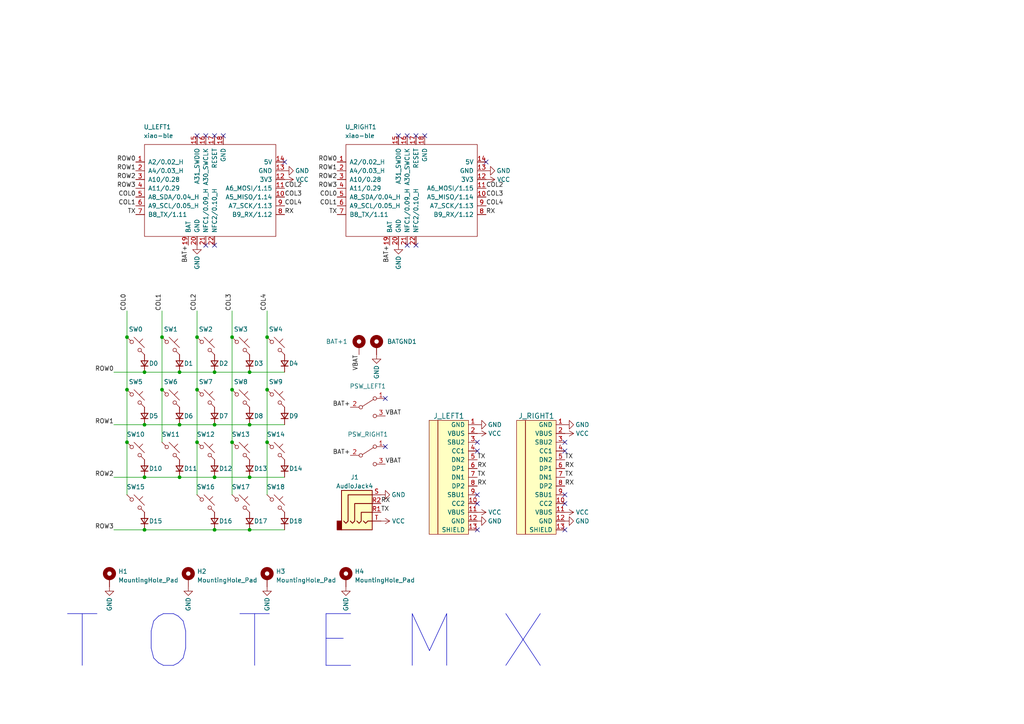
<source format=kicad_sch>
(kicad_sch (version 20250114) (generator "eeschema") (generator_version "9.0")
  (paper "A4")
  (title_block (title "TOTEMX split keyboard") (date "2025-08-10") (rev "2.0.0") (comment 1 "made by GEIST"))
  (lib_symbols
    (symbol "Connector_Audio:AudioJack4"
      (property "Reference" "J" (at 0 8.89 0))
      (property "Value" "AudioJack4" (at 0 6.35 0))
      (symbol "AudioJack4_0_1"
        (rectangle (start -6.35 -5.08) (end -7.62 -7.62) (stroke (width 0.254)) (fill (type outline)))
        (polyline (pts (xy -5.715 -5.08) (xy -5.08 -5.715) (xy -4.445 -5.08) (xy -4.445 2.54) (xy 2.54 2.54)) (stroke (width 0.254)))
        (polyline (pts (xy -1.905 -5.08) (xy -1.27 -5.715) (xy -0.635 -5.08) (xy -0.635 -2.54) (xy 2.54 -2.54)) (stroke (width 0.254)))
        (polyline (pts (xy 0 -5.08) (xy 0.635 -5.715) (xy 1.27 -5.08) (xy 2.54 -5.08)) (stroke (width 0.254)))
        (rectangle (start 2.54 3.81) (end -6.35 -7.62) (stroke (width 0.254)) (fill (type background)))
        (polyline (pts (xy 2.54 0) (xy -2.54 0) (xy -2.54 -5.08) (xy -3.175 -5.715) (xy -3.81 -5.08)) (stroke (width 0.254)))
      )
      (symbol "AudioJack4_1_1"
        (pin passive line (at 5.08 2.54 180) (length 2.54) (name "~") (number "S"))
        (pin passive line (at 5.08 0 180) (length 2.54) (name "~") (number "R2"))
        (pin passive line (at 5.08 -2.54 180) (length 2.54) (name "~") (number "R1"))
        (pin passive line (at 5.08 -5.08 180) (length 2.54) (name "~") (number "T"))
      )
    )
    (symbol "Device:D_Small" (pin_numbers (hide yes)) (pin_names (offset 0.254) (hide yes))
      (property "Reference" "D" (at -1.27 2.032 0))
      (property "Value" "D_Small" (at -3.81 -2.032 0))
      (symbol "D_Small_0_1"
        (polyline (pts (xy -0.762 0) (xy 0.762 0)))
        (polyline (pts (xy -0.762 -1.016) (xy -0.762 1.016)) (stroke (width 0.254)))
        (polyline (pts (xy 0.762 -1.016) (xy -0.762 0) (xy 0.762 1.016) (xy 0.762 -1.016)) (stroke (width 0.254)))
      )
      (symbol "D_Small_1_1"
        (pin passive line (at -2.54 0 0) (length 1.778) (name "K") (number "1"))
        (pin passive line (at 2.54 0 180) (length 1.778) (name "A") (number "2"))
      )
    )
    (symbol "Mechanical:MountingHole_Pad" (pin_numbers (hide yes)) (pin_names (offset 1.016) (hide yes))
      (property "Reference" "H" (at 0 6.35 0))
      (property "Value" "MountingHole_Pad" (at 0 4.445 0))
      (symbol "MountingHole_Pad_0_1"
        (circle (center 0 1.27) (radius 1.27) (stroke (width 1.27)))
      )
      (symbol "MountingHole_Pad_1_1"
        (pin input line (at 0 -2.54 90) (length 2.54) (name "1") (number "1"))
      )
    )
    (symbol "Switch:SW_Push_45deg" (pin_numbers (hide yes)) (pin_names (offset 1.016) (hide yes))
      (property "Reference" "SW" (at 3.048 1.016 0))
      (property "Value" "SW_Push_45deg" (at 0 -3.81 0))
      (symbol "SW_Push_45deg_0_1"
        (polyline (pts (xy -2.54 2.54) (xy -1.524 1.524) (xy -1.524 1.524)))
        (circle (center -1.1684 1.1684) (radius 0.508))
        (polyline (pts (xy -0.508 2.54) (xy 2.54 -0.508)))
        (polyline (pts (xy 1.016 1.016) (xy 2.032 2.032)))
        (circle (center 1.143 -1.1938) (radius 0.508))
        (polyline (pts (xy 1.524 -1.524) (xy 2.54 -2.54) (xy 2.54 -2.54) (xy 2.54 -2.54)))
        (pin passive line (at -2.54 2.54 0) (length 0) (name "1") (number "1"))
        (pin passive line (at 2.54 -2.54 180) (length 0) (name "2") (number "2"))
      )
    )
    (symbol "Switch:SW_SPDT" (pin_names (offset 0) (hide yes))
      (property "Reference" "SW" (at 0 4.318 0))
      (property "Value" "SW_SPDT" (at 0 -5.08 0))
      (symbol "SW_SPDT_0_0"
        (circle (center -2.032 0) (radius 0.508))
        (circle (center 2.032 -2.54) (radius 0.508))
      )
      (symbol "SW_SPDT_0_1"
        (polyline (pts (xy -1.524 0.254) (xy 1.651 2.286)))
        (circle (center 2.032 2.54) (radius 0.508))
      )
      (symbol "SW_SPDT_1_1"
        (pin passive line (at -5.08 0 0) (length 2.54) (name "B") (number "2"))
        (pin passive line (at 5.08 2.54 180) (length 2.54) (name "A") (number "1"))
        (pin passive line (at 5.08 -2.54 180) (length 2.54) (name "C") (number "3"))
      )
    )
    (symbol "connector_hro-type-c-31-m-12:Connector_HRO-TYPE-C-31-M-12" (pin_names (offset 1.016))
      (property "Reference" "J2" (at -5.715 16.51 0))
      (symbol "Connector_HRO-TYPE-C-31-M-12_0_1"
        (rectangle (start -11.43 15.24) (end -8.89 -17.78) (fill (type background)))
        (rectangle (start 0 -17.78) (end -8.89 15.24) (fill (type background)))
      )
      (symbol "Connector_HRO-TYPE-C-31-M-12_1_1"
        (pin input line (at 2.54 13.97 180) (length 2.54) (name "GND") (number "1"))
        (pin input line (at 2.54 11.43 180) (length 2.54) (name "VBUS") (number "2"))
        (pin input line (at 2.54 8.89 180) (length 2.54) (name "SBU2") (number "3"))
        (pin input line (at 2.54 6.35 180) (length 2.54) (name "CC1") (number "4"))
        (pin input line (at 2.54 3.81 180) (length 2.54) (name "DN2") (number "5"))
        (pin input line (at 2.54 1.27 180) (length 2.54) (name "DP1") (number "6"))
        (pin input line (at 2.54 -1.27 180) (length 2.54) (name "DN1") (number "7"))
        (pin input line (at 2.54 -3.81 180) (length 2.54) (name "DP2") (number "8"))
        (pin input line (at 2.54 -6.35 180) (length 2.54) (name "SBU1") (number "9"))
        (pin input line (at 2.54 -8.89 180) (length 2.54) (name "CC2") (number "10"))
        (pin input line (at 2.54 -11.43 180) (length 2.54) (name "VBUS") (number "11"))
        (pin input line (at 2.54 -13.97 180) (length 2.54) (name "GND") (number "12"))
        (pin input line (at 2.54 -16.51 180) (length 2.54) (name "SHIELD") (number "13"))
      )
    )
    (symbol "power:GND" (power) (pin_names (offset 0))
      (property "Value" "GND" (at 0 -3.81 0))
      (symbol "GND_0_1"
        (polyline (pts (xy 0 0) (xy 0 -1.27) (xy 1.27 -1.27) (xy 0 -2.54) (xy -1.27 -1.27) (xy 0 -1.27)))
      )
      (symbol "GND_1_1"
        (pin power_in line (at 0 0 270) (length 0) (hide yes) (name "GND") (number "1"))
      )
    )
    (symbol "power:VCC" (power) (pin_names (offset 0))
      (property "Value" "VCC" (at 0 3.81 0))
      (symbol "VCC_0_1"
        (polyline (pts (xy -0.762 1.27) (xy 0 2.54)))
        (polyline (pts (xy 0 2.54) (xy 0.762 1.27)))
        (polyline (pts (xy 0 0) (xy 0 2.54)))
      )
      (symbol "VCC_1_1"
        (pin power_in line (at 0 0 90) (length 0) (hide yes) (name "VCC") (number "1"))
      )
    )
    (symbol "xiao-ble:xiao-ble" (pin_names (offset 1.016))
      (property "Reference" "U1" (at -19.304 17.78 0))
      (property "Value" "xiao-ble" (at -19.304 15.24 0))
      (symbol "xiao-ble_0_1"
        (rectangle (start -19.05 12.7) (end 19.05 -13.97))
      )
      (symbol "xiao-ble_1_1"
        (pin bidirectional line (at -21.59 7.62 0) (length 2.54) (name "A2/0.02_H") (number "1"))
        (pin bidirectional line (at -21.59 5.08 0) (length 2.54) (name "A4/0.03_H") (number "2"))
        (pin bidirectional line (at -21.59 2.54 0) (length 2.54) (name "A10/0.28") (number "3"))
        (pin bidirectional line (at -21.59 0 0) (length 2.54) (name "A11/0.29") (number "4"))
        (pin bidirectional line (at -21.59 -2.54 0) (length 2.54) (name "A8_SDA/0.04_H") (number "5"))
        (pin bidirectional line (at -21.59 -5.08 0) (length 2.54) (name "A9_SCL/0.05_H") (number "6"))
        (pin bidirectional line (at -21.59 -7.62 0) (length 2.54) (name "B8_TX/1.11") (number "7"))
        (pin bidirectional line (at -6.35 -16.51 90) (length 2.54) (name "BAT") (number "19"))
        (pin input line (at -3.81 15.24 270) (length 2.54) (name "A31_SWDIO") (number "15"))
        (pin power_out line (at -3.81 -16.51 90) (length 2.54) (name "GND") (number "20"))
        (pin input line (at -1.27 15.24 270) (length 2.54) (name "A30_SWCLK") (number "16"))
        (pin bidirectional line (at -1.27 -16.51 90) (length 2.54) (name "NFC1/0.09_H") (number "21"))
        (pin input line (at 1.27 15.24 270) (length 2.54) (name "RESET") (number "17"))
        (pin bidirectional line (at 1.27 -16.51 90) (length 2.54) (name "NFC2/0.10_H") (number "22"))
        (pin power_out line (at 3.81 15.24 270) (length 2.54) (name "GND") (number "18"))
        (pin power_out line (at 21.59 7.62 180) (length 2.54) (name "5V") (number "14"))
        (pin power_out line (at 21.59 5.08 180) (length 2.54) (name "GND") (number "13"))
        (pin power_out line (at 21.59 2.54 180) (length 2.54) (name "3V3") (number "12"))
        (pin bidirectional line (at 21.59 0 180) (length 2.54) (name "A6_MOSI/1.15") (number "11"))
        (pin bidirectional line (at 21.59 -2.54 180) (length 2.54) (name "A5_MISO/1.14") (number "10"))
        (pin bidirectional line (at 21.59 -5.08 180) (length 2.54) (name "A7_SCK/1.13") (number "9"))
        (pin bidirectional line (at 21.59 -7.62 180) (length 2.54) (name "B9_RX/1.12") (number "8"))
      )
    )
  )
  (text "T O T E M X" (at 18.034 195.072 0) (effects (font (size 15 15)) (justify left bottom)))
  (junction (at 77.47 113.03))
  (junction (at 36.83 97.79))
  (junction (at 72.39 138.43))
  (junction (at 57.15 97.79))
  (junction (at 77.47 128.27))
  (junction (at 62.23 123.19))
  (junction (at 57.15 113.03))
  (junction (at 72.39 123.19))
  (junction (at 52.07 138.43))
  (junction (at 41.91 138.43))
  (junction (at 77.47 97.79))
  (junction (at 41.91 107.95))
  (junction (at 62.23 138.43))
  (junction (at 72.39 153.67))
  (junction (at 72.39 107.95))
  (junction (at 41.91 153.67))
  (junction (at 62.23 107.95))
  (junction (at 52.07 107.95))
  (junction (at 62.23 153.67))
  (junction (at 36.83 128.27))
  (junction (at 46.99 113.03))
  (junction (at 67.31 128.27))
  (junction (at 67.31 113.03))
  (junction (at 36.83 113.03))
  (junction (at 41.91 123.19))
  (junction (at 57.15 128.27))
  (junction (at 46.99 97.79))
  (junction (at 67.31 97.79))
  (junction (at 52.07 123.19))
  (no_connect (at 115.57 39.37))
  (no_connect (at 111.76 129.54))
  (no_connect (at 138.43 130.81))
  (no_connect (at 163.83 153.67))
  (no_connect (at 138.43 146.05))
  (no_connect (at 59.69 71.12))
  (no_connect (at 62.23 71.12))
  (no_connect (at 118.11 39.37))
  (no_connect (at 59.69 39.37))
  (no_connect (at 57.15 39.37))
  (no_connect (at 140.97 46.99))
  (no_connect (at 123.19 39.37))
  (no_connect (at 138.43 143.51))
  (no_connect (at 111.76 115.57))
  (no_connect (at 62.23 39.37))
  (no_connect (at 163.83 143.51))
  (no_connect (at 163.83 128.27))
  (no_connect (at 118.11 71.12))
  (no_connect (at 163.83 146.05))
  (no_connect (at 138.43 128.27))
  (no_connect (at 64.77 39.37))
  (no_connect (at 138.43 153.67))
  (no_connect (at 120.65 39.37))
  (no_connect (at 163.83 130.81))
  (no_connect (at 120.65 71.12))
  (no_connect (at 82.55 46.99))
  (wire (pts (xy 52.07 138.43) (xy 62.23 138.43)))
  (wire (pts (xy 36.83 97.79) (xy 36.83 113.03)))
  (wire (pts (xy 67.31 97.79) (xy 67.31 113.03)))
  (wire (pts (xy 36.83 128.27) (xy 36.83 143.51)))
  (wire (pts (xy 67.31 128.27) (xy 67.31 143.51)))
  (wire (pts (xy 33.02 153.67) (xy 41.91 153.67)))
  (wire (pts (xy 46.99 90.17) (xy 46.99 97.79)))
  (wire (pts (xy 62.23 153.67) (xy 72.39 153.67)))
  (wire (pts (xy 33.02 138.43) (xy 41.91 138.43)))
  (wire (pts (xy 72.39 123.19) (xy 82.55 123.19)))
  (wire (pts (xy 46.99 113.03) (xy 46.99 128.27)))
  (wire (pts (xy 33.02 123.19) (xy 41.91 123.19)))
  (wire (pts (xy 77.47 90.17) (xy 77.47 97.79)))
  (wire (pts (xy 41.91 107.95) (xy 52.07 107.95)))
  (wire (pts (xy 77.47 97.79) (xy 77.47 113.03)))
  (wire (pts (xy 57.15 113.03) (xy 57.15 128.27)))
  (wire (pts (xy 67.31 113.03) (xy 67.31 128.27)))
  (wire (pts (xy 41.91 153.67) (xy 62.23 153.67)))
  (wire (pts (xy 36.83 90.17) (xy 36.83 97.79)))
  (wire (pts (xy 62.23 123.19) (xy 72.39 123.19)))
  (wire (pts (xy 57.15 90.17) (xy 57.15 97.79)))
  (wire (pts (xy 33.02 107.95) (xy 41.91 107.95)))
  (wire (pts (xy 41.91 138.43) (xy 52.07 138.43)))
  (wire (pts (xy 77.47 113.03) (xy 77.47 128.27)))
  (wire (pts (xy 52.07 123.19) (xy 62.23 123.19)))
  (wire (pts (xy 72.39 107.95) (xy 82.55 107.95)))
  (wire (pts (xy 62.23 138.43) (xy 72.39 138.43)))
  (wire (pts (xy 62.23 107.95) (xy 72.39 107.95)))
  (wire (pts (xy 67.31 90.17) (xy 67.31 97.79)))
  (wire (pts (xy 46.99 97.79) (xy 46.99 113.03)))
  (wire (pts (xy 57.15 128.27) (xy 57.15 143.51)))
  (wire (pts (xy 52.07 107.95) (xy 62.23 107.95)))
  (wire (pts (xy 41.91 123.19) (xy 52.07 123.19)))
  (wire (pts (xy 72.39 153.67) (xy 82.55 153.67)))
  (wire (pts (xy 77.47 128.27) (xy 77.47 143.51)))
  (wire (pts (xy 57.15 97.79) (xy 57.15 113.03)))
  (wire (pts (xy 72.39 138.43) (xy 82.55 138.43)))
  (wire (pts (xy 36.83 113.03) (xy 36.83 128.27)))
  (label "COL4" (at 82.55 59.69 0))
  (label "ROW3" (at 33.02 153.67 180))
  (label "COL3" (at 67.31 90.17 90))
  (label "TX" (at 163.83 133.35 0))
  (label "COL0" (at 97.79 57.15 180))
  (label "COL2" (at 140.97 54.61 0))
  (label "ROW0" (at 33.02 107.95 180))
  (label "TX" (at 138.43 138.43 0))
  (label "ROW3" (at 97.79 54.61 180))
  (label "COL1" (at 97.79 59.69 180))
  (label "TX" (at 39.37 62.23 180))
  (label "ROW1" (at 97.79 49.53 180))
  (label "BAT+" (at 101.6 132.08 180))
  (label "RX" (at 163.83 140.97 0))
  (label "BAT+" (at 113.03 71.12 270))
  (label "TX" (at 110.49 148.59 0))
  (label "ROW1" (at 39.37 49.53 180))
  (label "COL3" (at 140.97 57.15 0))
  (label "BAT+" (at 101.6 118.11 180))
  (label "COL4" (at 140.97 59.69 0))
  (label "ROW0" (at 97.79 46.99 180))
  (label "TX" (at 163.83 138.43 0))
  (label "ROW1" (at 33.02 123.19 180))
  (label "COL0" (at 39.37 57.15 180))
  (label "ROW3" (at 39.37 54.61 180))
  (label "ROW0" (at 39.37 46.99 180))
  (label "ROW2" (at 39.37 52.07 180))
  (label "RX" (at 138.43 140.97 0))
  (label "COL0" (at 36.83 90.17 90))
  (label "RX" (at 110.49 146.05 0))
  (label "COL1" (at 46.99 90.17 90))
  (label "ROW2" (at 97.79 52.07 180))
  (label "VBAT" (at 104.14 102.87 270))
  (label "RX" (at 163.83 135.89 0))
  (label "RX" (at 138.43 135.89 0))
  (label "RX" (at 140.97 62.23 0))
  (label "VBAT" (at 111.76 120.65 0))
  (label "COL4" (at 77.47 90.17 90))
  (label "COL2" (at 82.55 54.61 0))
  (label "COL3" (at 82.55 57.15 0))
  (label "TX" (at 97.79 62.23 180))
  (label "COL2" (at 57.15 90.17 90))
  (label "VBAT" (at 111.76 134.62 0))
  (label "TX" (at 138.43 133.35 0))
  (label "ROW2" (at 33.02 138.43 180))
  (label "RX" (at 82.55 62.23 0))
  (label "COL1" (at 39.37 59.69 180))
  (label "BAT+" (at 54.61 71.12 270))
  (symbol (lib_id "Device:D_Small") (at 82.55 151.13 90) (unit 1)
    (property "Reference" "D18" (at 83.82 151.13 90) (effects (justify right)))
    (property "Value" "D_Small" (effects (hide yes)))
    (property "Footprint" "TOTEMX-footprints:TOTEMX-D" (effects (hide yes)))
  )
  (symbol (lib_id "Switch:SW_Push_45deg") (at 59.69 146.05 0) (unit 1)
    (property "Reference" "SW16" (at 59.69 141.224 0))
    (property "Value" "SW_Push_45deg" (effects (hide yes)))
    (property "Footprint" "TOTEMX-footprints:TOTEMX-KEY" (effects (hide yes)))
  )
  (symbol (lib_id "connector_hro-type-c-31-m-12:Connector_HRO-TYPE-C-31-M-12") (at 135.89 137.16 0) (unit 1)
    (property "Reference" "J_LEFT1" (at 130.175 120.65 0) (effects (font (size 1.524 1.524))))
    (property "Value" "HRO-TYPE-C-31-M-12" (effects (hide yes)))
    (property "Footprint" "TOTEMX-footprints:TOTEMX-TYPE-C" (effects (hide yes)))
  )
  (symbol (lib_id "Switch:SW_Push_45deg") (at 39.37 146.05 0) (unit 1)
    (property "Reference" "SW15" (at 39.37 141.224 0))
    (property "Value" "SW_Push_45deg" (effects (hide yes)))
    (property "Footprint" "TOTEMX-footprints:TOTEMX-KEY" (effects (hide yes)))
  )
  (symbol (lib_id "Switch:SW_Push_45deg") (at 69.85 100.33 0) (unit 1)
    (property "Reference" "SW3" (at 69.85 95.504 0))
    (property "Value" "SW_Push_45deg" (effects (hide yes)))
    (property "Footprint" "TOTEMX-footprints:TOTEMX-KEY" (effects (hide yes)))
  )
  (symbol (lib_id "Switch:SW_Push_45deg") (at 59.69 100.33 0) (unit 1)
    (property "Reference" "SW2" (at 59.69 95.504 0))
    (property "Value" "SW_Push_45deg" (effects (hide yes)))
    (property "Footprint" "TOTEMX-footprints:TOTEMX-KEY" (effects (hide yes)))
  )
  (symbol (lib_id "power:GND") (at 163.83 151.13 90) (mirror x) (unit 1)
    (property "Reference" "#PWR08" (effects (hide yes)))
    (property "Value" "GND" (at 168.91 151.13 90))
  )
  (symbol (lib_id "Mechanical:MountingHole_Pad") (at 109.22 100.33 0) (unit 1)
    (property "Reference" "BATGND1" (at 112.268 99.06 0) (effects (justify left)))
    (property "Value" "-" (effects (hide yes)))
    (property "Footprint" "TOTEMX-footprints:BatteryPad" (effects (hide yes)))
  )
  (symbol (lib_id "Switch:SW_Push_45deg") (at 49.53 115.57 0) (unit 1)
    (property "Reference" "SW6" (at 49.53 110.744 0))
    (property "Value" "SW_Push_45deg" (effects (hide yes)))
    (property "Footprint" "TOTEMX-footprints:TOTEMX-KEY" (effects (hide yes)))
  )
  (symbol (lib_id "xiao-ble:xiao-ble") (at 60.96 54.61 0) (unit 1)
    (property "Reference" "U_LEFT1" (at 41.656 36.83 0) (effects (justify left)))
    (property "Value" "xiao-ble" (at 41.656 39.37 0) (effects (justify left)))
    (property "Footprint" "TOTEMX-footprints:TOTEMX-XIAO-BLE-SMD" (effects (hide yes)))
  )
  (symbol (lib_id "Device:D_Small") (at 41.91 105.41 90) (unit 1)
    (property "Reference" "D0" (at 43.18 105.41 90) (effects (justify right)))
    (property "Value" "D_Small" (effects (hide yes)))
    (property "Footprint" "TOTEMX-footprints:TOTEMX-D" (effects (hide yes)))
  )
  (symbol (lib_id "power:GND") (at 57.15 71.12 0) (mirror y) (unit 1)
    (property "Reference" "#PWR018" (effects (hide yes)))
    (property "Value" "GND" (at 57.15 76.2 90))
  )
  (symbol (lib_id "power:VCC") (at 110.49 151.13 270) (unit 1)
    (property "Reference" "#PWR015" (effects (hide yes)))
    (property "Value" "VCC" (at 115.57 151.13 90))
  )
  (symbol (lib_id "Mechanical:MountingHole_Pad") (at 77.47 167.64 0) (unit 1)
    (property "Reference" "H3" (at 80.01 165.735 0) (effects (justify left)))
    (property "Value" "MountingHole_Pad" (at 80.01 168.275 0) (effects (justify left)))
    (property "Footprint" "TOTEMX-footprints:TOTEMX-MountingHole_3.2mm_M3_DIN965_Pad" (effects (hide yes)))
  )
  (symbol (lib_id "Device:D_Small") (at 52.07 105.41 90) (unit 1)
    (property "Reference" "D1" (at 53.34 105.41 90) (effects (justify right)))
    (property "Value" "D_Small" (effects (hide yes)))
    (property "Footprint" "TOTEMX-footprints:TOTEMX-D" (effects (hide yes)))
  )
  (symbol (lib_id "Switch:SW_Push_45deg") (at 59.69 115.57 0) (unit 1)
    (property "Reference" "SW7" (at 59.69 110.744 0))
    (property "Value" "SW_Push_45deg" (effects (hide yes)))
    (property "Footprint" "TOTEMX-footprints:TOTEMX-KEY" (effects (hide yes)))
  )
  (symbol (lib_id "power:GND") (at 109.22 102.87 0) (mirror y) (unit 1)
    (property "Reference" "#PWR014" (effects (hide yes)))
    (property "Value" "GND" (at 109.22 107.95 90))
  )
  (symbol (lib_id "Switch:SW_Push_45deg") (at 69.85 130.81 0) (unit 1)
    (property "Reference" "SW13" (at 69.85 125.984 0))
    (property "Value" "SW_Push_45deg" (effects (hide yes)))
    (property "Footprint" "TOTEMX-footprints:TOTEMX-KEY" (effects (hide yes)))
  )
  (symbol (lib_id "Device:D_Small") (at 72.39 135.89 90) (unit 1)
    (property "Reference" "D13" (at 73.66 135.89 90) (effects (justify right)))
    (property "Value" "D_Small" (effects (hide yes)))
    (property "Footprint" "TOTEMX-footprints:TOTEMX-D" (effects (hide yes)))
  )
  (symbol (lib_id "Switch:SW_Push_45deg") (at 80.01 146.05 0) (unit 1)
    (property "Reference" "SW18" (at 80.01 141.224 0))
    (property "Value" "SW_Push_45deg" (effects (hide yes)))
    (property "Footprint" "TOTEMX-footprints:TOTEMX-KEY" (effects (hide yes)))
  )
  (symbol (lib_id "Switch:SW_Push_45deg") (at 39.37 100.33 0) (unit 1)
    (property "Reference" "SW0" (at 39.37 95.504 0))
    (property "Value" "SW_Push_45deg" (effects (hide yes)))
    (property "Footprint" "TOTEMX-footprints:TOTEMX-KEY" (effects (hide yes)))
  )
  (symbol (lib_id "power:GND") (at 138.43 123.19 90) (mirror x) (unit 1)
    (property "Reference" "#PWR01" (effects (hide yes)))
    (property "Value" "GND" (at 143.51 123.19 90))
  )
  (symbol (lib_id "Device:D_Small") (at 82.55 105.41 90) (unit 1)
    (property "Reference" "D4" (at 83.82 105.41 90) (effects (justify right)))
    (property "Value" "D_Small" (effects (hide yes)))
    (property "Footprint" "TOTEMX-footprints:TOTEMX-D" (effects (hide yes)))
  )
  (symbol (lib_id "power:VCC") (at 82.55 52.07 270) (unit 1)
    (property "Reference" "#PWR016" (effects (hide yes)))
    (property "Value" "VCC" (at 87.63 52.07 90))
  )
  (symbol (lib_id "Switch:SW_Push_45deg") (at 69.85 115.57 0) (unit 1)
    (property "Reference" "SW8" (at 69.85 110.744 0))
    (property "Value" "SW_Push_45deg" (effects (hide yes)))
    (property "Footprint" "TOTEMX-footprints:TOTEMX-KEY" (effects (hide yes)))
  )
  (symbol (lib_id "Switch:SW_Push_45deg") (at 80.01 100.33 0) (unit 1)
    (property "Reference" "SW4" (at 80.01 95.504 0))
    (property "Value" "SW_Push_45deg" (effects (hide yes)))
    (property "Footprint" "TOTEMX-footprints:TOTEMX-KEY" (effects (hide yes)))
  )
  (symbol (lib_id "Device:D_Small") (at 82.55 120.65 90) (unit 1)
    (property "Reference" "D9" (at 83.82 120.65 90) (effects (justify right)))
    (property "Value" "D_Small" (effects (hide yes)))
    (property "Footprint" "TOTEMX-footprints:TOTEMX-D" (effects (hide yes)))
  )
  (symbol (lib_id "Mechanical:MountingHole_Pad") (at 31.75 167.64 0) (unit 1)
    (property "Reference" "H1" (at 34.29 165.735 0) (effects (justify left)))
    (property "Value" "MountingHole_Pad" (at 34.29 168.275 0) (effects (justify left)))
    (property "Footprint" "TOTEMX-footprints:TOTEMX-MountingHole_3.2mm_M3_DIN965_Pad" (effects (hide yes)))
  )
  (symbol (lib_id "Device:D_Small") (at 72.39 151.13 90) (unit 1)
    (property "Reference" "D17" (at 73.66 151.13 90) (effects (justify right)))
    (property "Value" "D_Small" (effects (hide yes)))
    (property "Footprint" "TOTEMX-footprints:TOTEMX-D" (effects (hide yes)))
  )
  (symbol (lib_id "Device:D_Small") (at 52.07 120.65 90) (unit 1)
    (property "Reference" "D6" (at 53.34 120.65 90) (effects (justify right)))
    (property "Value" "D_Small" (effects (hide yes)))
    (property "Footprint" "TOTEMX-footprints:TOTEMX-D" (effects (hide yes)))
  )
  (symbol (lib_id "Device:D_Small") (at 62.23 105.41 90) (unit 1)
    (property "Reference" "D2" (at 63.5 105.41 90) (effects (justify right)))
    (property "Value" "D_Small" (effects (hide yes)))
    (property "Footprint" "TOTEMX-footprints:TOTEMX-D" (effects (hide yes)))
  )
  (symbol (lib_id "Switch:SW_Push_45deg") (at 49.53 100.33 0) (unit 1)
    (property "Reference" "SW1" (at 49.53 95.504 0))
    (property "Value" "SW_Push_45deg" (effects (hide yes)))
    (property "Footprint" "TOTEMX-footprints:TOTEMX-KEY" (effects (hide yes)))
  )
  (symbol (lib_id "Switch:SW_Push_45deg") (at 80.01 130.81 0) (unit 1)
    (property "Reference" "SW14" (at 80.01 125.984 0))
    (property "Value" "SW_Push_45deg" (effects (hide yes)))
    (property "Footprint" "TOTEMX-footprints:TOTEMX-KEY" (effects (hide yes)))
  )
  (symbol (lib_id "Switch:SW_Push_45deg") (at 80.01 115.57 0) (unit 1)
    (property "Reference" "SW9" (at 80.01 110.744 0))
    (property "Value" "SW_Push_45deg" (effects (hide yes)))
    (property "Footprint" "TOTEMX-footprints:TOTEMX-KEY" (effects (hide yes)))
  )
  (symbol (lib_id "Mechanical:MountingHole_Pad") (at 100.33 167.64 0) (unit 1)
    (property "Reference" "H4" (at 102.87 165.735 0) (effects (justify left)))
    (property "Value" "MountingHole_Pad" (at 102.87 168.275 0) (effects (justify left)))
    (property "Footprint" "TOTEMX-footprints:TOTEMX-MountingHole_3.2mm_M3_DIN965_Pad" (effects (hide yes)))
  )
  (symbol (lib_id "Switch:SW_Push_45deg") (at 59.69 130.81 0) (unit 1)
    (property "Reference" "SW12" (at 59.69 125.984 0))
    (property "Value" "SW_Push_45deg" (effects (hide yes)))
    (property "Footprint" "TOTEMX-footprints:TOTEMX-KEY" (effects (hide yes)))
  )
  (symbol (lib_id "Device:D_Small") (at 41.91 151.13 90) (unit 1)
    (property "Reference" "D15" (at 43.18 151.13 90) (effects (justify right)))
    (property "Value" "D_Small" (effects (hide yes)))
    (property "Footprint" "TOTEMX-footprints:TOTEMX-D" (effects (hide yes)))
  )
  (symbol (lib_id "power:GND") (at 140.97 49.53 90) (mirror x) (unit 1)
    (property "Reference" "#PWR022" (effects (hide yes)))
    (property "Value" "GND" (at 146.05 49.53 90))
  )
  (symbol (lib_id "power:GND") (at 138.43 151.13 90) (mirror x) (unit 1)
    (property "Reference" "#PWR04" (effects (hide yes)))
    (property "Value" "GND" (at 143.51 151.13 90))
  )
  (symbol (lib_id "Device:D_Small") (at 82.55 135.89 90) (unit 1)
    (property "Reference" "D14" (at 83.82 135.89 90) (effects (justify right)))
    (property "Value" "D_Small" (effects (hide yes)))
    (property "Footprint" "TOTEMX-footprints:TOTEMX-D" (effects (hide yes)))
  )
  (symbol (lib_id "power:GND") (at 110.49 143.51 90) (mirror x) (unit 1)
    (property "Reference" "#PWR013" (effects (hide yes)))
    (property "Value" "GND" (at 115.57 143.51 90))
  )
  (symbol (lib_id "power:VCC") (at 163.83 148.59 270) (unit 1)
    (property "Reference" "#PWR07" (effects (hide yes)))
    (property "Value" "VCC" (at 168.91 148.59 90))
  )
  (symbol (lib_id "power:VCC") (at 140.97 52.07 270) (unit 1)
    (property "Reference" "#PWR023" (effects (hide yes)))
    (property "Value" "VCC" (at 146.05 52.07 90))
  )
  (symbol (lib_id "power:GND") (at 115.57 71.12 0) (mirror y) (unit 1)
    (property "Reference" "#PWR020" (effects (hide yes)))
    (property "Value" "GND" (at 115.57 76.2 90))
  )
  (symbol (lib_id "Connector_Audio:AudioJack4") (at 105.41 146.05 0) (unit 1)
    (property "Reference" "J1" (at 102.87 138.43 0))
    (property "Value" "AudioJack4" (at 102.87 140.97 0))
    (property "Footprint" "TOTEMX-footprints:TOTEMX-TRRS-THT" (effects (hide yes)))
  )
  (symbol (lib_id "Device:D_Small") (at 41.91 120.65 90) (unit 1)
    (property "Reference" "D5" (at 43.18 120.65 90) (effects (justify right)))
    (property "Value" "D_Small" (effects (hide yes)))
    (property "Footprint" "TOTEMX-footprints:TOTEMX-D" (effects (hide yes)))
  )
  (symbol (lib_id "Device:D_Small") (at 62.23 151.13 90) (unit 1)
    (property "Reference" "D16" (at 63.5 151.13 90) (effects (justify right)))
    (property "Value" "D_Small" (effects (hide yes)))
    (property "Footprint" "TOTEMX-footprints:TOTEMX-D" (effects (hide yes)))
  )
  (symbol (lib_id "Device:D_Small") (at 62.23 120.65 90) (unit 1)
    (property "Reference" "D7" (at 63.5 120.65 90) (effects (justify right)))
    (property "Value" "D_Small" (effects (hide yes)))
    (property "Footprint" "TOTEMX-footprints:TOTEMX-D" (effects (hide yes)))
  )
  (symbol (lib_id "Device:D_Small") (at 41.91 135.89 90) (unit 1)
    (property "Reference" "D10" (at 43.18 135.89 90) (effects (justify right)))
    (property "Value" "D_Small" (effects (hide yes)))
    (property "Footprint" "TOTEMX-footprints:TOTEMX-D" (effects (hide yes)))
  )
  (symbol (lib_id "power:GND") (at 82.55 49.53 90) (mirror x) (unit 1)
    (property "Reference" "#PWR017" (effects (hide yes)))
    (property "Value" "GND" (at 87.63 49.53 90))
  )
  (symbol (lib_id "Device:D_Small") (at 62.23 135.89 90) (unit 1)
    (property "Reference" "D12" (at 63.5 135.89 90) (effects (justify right)))
    (property "Value" "D_Small" (effects (hide yes)))
    (property "Footprint" "TOTEMX-footprints:TOTEMX-D" (effects (hide yes)))
  )
  (symbol (lib_id "power:VCC") (at 138.43 125.73 270) (unit 1)
    (property "Reference" "#PWR02" (effects (hide yes)))
    (property "Value" "VCC" (at 143.51 125.73 90))
  )
  (symbol (lib_id "Switch:SW_SPDT") (at 106.68 132.08 0) (unit 1)
    (property "Reference" "PSW_RIGHT1" (at 106.68 125.984 0))
    (property "Value" "SW_SPDT" (effects (hide yes)))
    (property "Footprint" "TOTEMX-footprints:TOTEMX-SW_SPDT_PCM12" (effects (hide yes)))
  )
  (symbol (lib_id "Switch:SW_Push_45deg") (at 49.53 130.81 0) (unit 1)
    (property "Reference" "SW11" (at 49.53 125.984 0))
    (property "Value" "SW_Push_45deg" (effects (hide yes)))
    (property "Footprint" "TOTEMX-footprints:TOTEMX-KEY" (effects (hide yes)))
  )
  (symbol (lib_id "power:GND") (at 163.83 123.19 90) (mirror x) (unit 1)
    (property "Reference" "#PWR05" (effects (hide yes)))
    (property "Value" "GND" (at 168.91 123.19 90))
  )
  (symbol (lib_id "xiao-ble:xiao-ble") (at 119.38 54.61 0) (unit 1)
    (property "Reference" "U_RIGHT1" (at 100.076 36.83 0) (effects (justify left)))
    (property "Value" "xiao-ble" (at 100.076 39.37 0) (effects (justify left)))
    (property "Footprint" "TOTEMX-footprints:TOTEMX-XIAO-BLE-SMD" (effects (hide yes)))
  )
  (symbol (lib_id "Switch:SW_Push_45deg") (at 69.85 146.05 0) (unit 1)
    (property "Reference" "SW17" (at 69.85 141.224 0))
    (property "Value" "SW_Push_45deg" (effects (hide yes)))
    (property "Footprint" "TOTEMX-footprints:TOTEMX-KEY" (effects (hide yes)))
  )
  (symbol (lib_id "Switch:SW_Push_45deg") (at 39.37 115.57 0) (unit 1)
    (property "Reference" "SW5" (at 39.37 110.744 0))
    (property "Value" "SW_Push_45deg" (effects (hide yes)))
    (property "Footprint" "TOTEMX-footprints:TOTEMX-KEY" (effects (hide yes)))
  )
  (symbol (lib_id "power:VCC") (at 163.83 125.73 270) (unit 1)
    (property "Reference" "#PWR06" (effects (hide yes)))
    (property "Value" "VCC" (at 168.91 125.73 90))
  )
  (symbol (lib_id "Device:D_Small") (at 72.39 105.41 90) (unit 1)
    (property "Reference" "D3" (at 73.66 105.41 90) (effects (justify right)))
    (property "Value" "D_Small" (effects (hide yes)))
    (property "Footprint" "TOTEMX-footprints:TOTEMX-D" (effects (hide yes)))
  )
  (symbol (lib_id "power:GND") (at 100.33 170.18 0) (mirror y) (unit 1)
    (property "Reference" "#PWR012" (effects (hide yes)))
    (property "Value" "GND" (at 100.33 175.26 90))
  )
  (symbol (lib_id "power:GND") (at 77.47 170.18 0) (mirror y) (unit 1)
    (property "Reference" "#PWR011" (effects (hide yes)))
    (property "Value" "GND" (at 77.47 175.26 90))
  )
  (symbol (lib_id "power:VCC") (at 138.43 148.59 270) (unit 1)
    (property "Reference" "#PWR03" (effects (hide yes)))
    (property "Value" "VCC" (at 143.51 148.59 90))
  )
  (symbol (lib_id "Switch:SW_SPDT") (at 106.68 118.11 0) (unit 1)
    (property "Reference" "PSW_LEFT1" (at 106.68 112.014 0))
    (property "Value" "SW_SPDT" (effects (hide yes)))
    (property "Footprint" "TOTEMX-footprints:TOTEMX-SW_SPDT_PCM12" (effects (hide yes)))
  )
  (symbol (lib_id "Device:D_Small") (at 72.39 120.65 90) (unit 1)
    (property "Reference" "D8" (at 73.66 120.65 90) (effects (justify right)))
    (property "Value" "D_Small" (effects (hide yes)))
    (property "Footprint" "TOTEMX-footprints:TOTEMX-D" (effects (hide yes)))
  )
  (symbol (lib_id "connector_hro-type-c-31-m-12:Connector_HRO-TYPE-C-31-M-12") (at 161.29 137.16 0) (unit 1)
    (property "Reference" "J_RIGHT1" (at 155.575 120.65 0) (effects (font (size 1.524 1.524))))
    (property "Value" "HRO-TYPE-C-31-M-12" (effects (hide yes)))
    (property "Footprint" "TOTEMX-footprints:TOTEMX-TYPE-C" (effects (hide yes)))
  )
  (symbol (lib_id "power:GND") (at 54.61 170.18 0) (mirror y) (unit 1)
    (property "Reference" "#PWR010" (effects (hide yes)))
    (property "Value" "GND" (at 54.61 175.26 90))
  )
  (symbol (lib_id "Mechanical:MountingHole_Pad") (at 104.14 100.33 0) (unit 1)
    (property "Reference" "BAT+1" (at 100.838 99.06 0) (effects (justify right)))
    (property "Value" "+" (effects (hide yes)))
    (property "Footprint" "TOTEMX-footprints:BatteryPad" (effects (hide yes)))
  )
  (symbol (lib_id "Device:D_Small") (at 52.07 135.89 90) (unit 1)
    (property "Reference" "D11" (at 53.34 135.89 90) (effects (justify right)))
    (property "Value" "D_Small" (effects (hide yes)))
    (property "Footprint" "TOTEMX-footprints:TOTEMX-D" (effects (hide yes)))
  )
  (symbol (lib_id "Switch:SW_Push_45deg") (at 39.37 130.81 0) (unit 1)
    (property "Reference" "SW10" (at 39.37 125.984 0))
    (property "Value" "SW_Push_45deg" (effects (hide yes)))
    (property "Footprint" "TOTEMX-footprints:TOTEMX-KEY" (effects (hide yes)))
  )
  (symbol (lib_id "power:GND") (at 31.75 170.18 0) (mirror y) (unit 1)
    (property "Reference" "#PWR09" (effects (hide yes)))
    (property "Value" "GND" (at 31.75 175.26 90))
  )
  (symbol (lib_id "Mechanical:MountingHole_Pad") (at 54.61 167.64 0) (unit 1)
    (property "Reference" "H2" (at 57.15 165.735 0) (effects (justify left)))
    (property "Value" "MountingHole_Pad" (at 57.15 168.275 0) (effects (justify left)))
    (property "Footprint" "TOTEMX-footprints:TOTEMX-MountingHole_3.2mm_M3_DIN965_Pad" (effects (hide yes)))
  )
)
</source>
